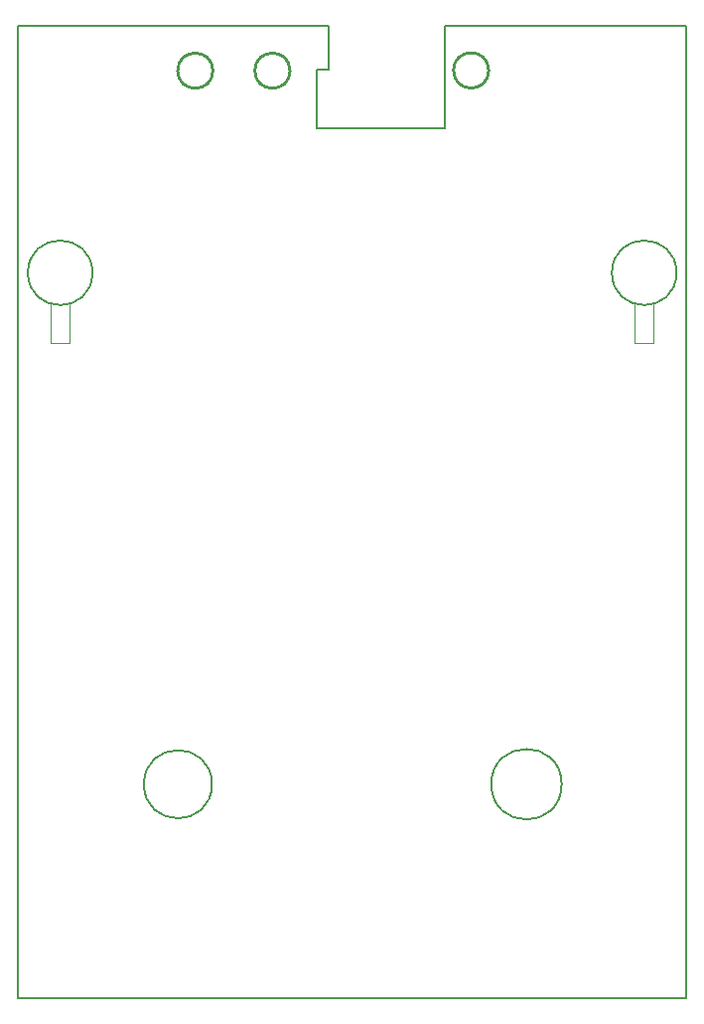
<source format=gko>
G04*
G04 #@! TF.GenerationSoftware,Altium Limited,Altium Designer,21.0.8 (223)*
G04*
G04 Layer_Color=16711935*
%FSTAX24Y24*%
%MOIN*%
G70*
G04*
G04 #@! TF.SameCoordinates,EFB7B91B-664B-4525-AB40-38F40083A00E*
G04*
G04*
G04 #@! TF.FilePolarity,Positive*
G04*
G01*
G75*
%ADD10C,0.0100*%
%ADD13C,0.0079*%
%ADD16C,0.0050*%
%ADD86C,0.0049*%
D10*
X02911Y049146D02*
G03*
X02911Y049146I-000591J0D01*
G01*
X022441Y049138D02*
G03*
X022441Y049138I-000591J0D01*
G01*
X01985D02*
G03*
X01985Y049138I-000591J0D01*
G01*
D13*
X013307Y050642D02*
X023736D01*
X02374Y049173D02*
Y050642D01*
X023354Y049173D02*
X023736D01*
X023354Y047205D02*
Y049173D01*
X027654Y04722D02*
Y050642D01*
X023354Y047205D02*
X027654D01*
Y050642D02*
X035748Y050642D01*
X013307Y050634D02*
X013307Y018032D01*
Y018031D02*
X035748Y018032D01*
X035748Y05063D02*
X035748Y018032D01*
D16*
X031559Y025213D02*
G03*
X031559Y025213I-001181J0D01*
G01*
X019819Y025213D02*
G03*
X019819Y025213I-001142J0D01*
G01*
X035413Y042362D02*
G03*
X035413Y042362I-001083J0D01*
G01*
X015807D02*
G03*
X015807Y042362I-001083J0D01*
G01*
D86*
X03402Y04D02*
X034335D01*
X03465D01*
X03402D02*
Y041327D01*
X03465Y04D02*
Y041327D01*
X015039Y04D02*
Y041326D01*
X014409Y04D02*
Y041326D01*
X014724Y04D02*
X015039D01*
X014409D02*
X014724D01*
M02*

</source>
